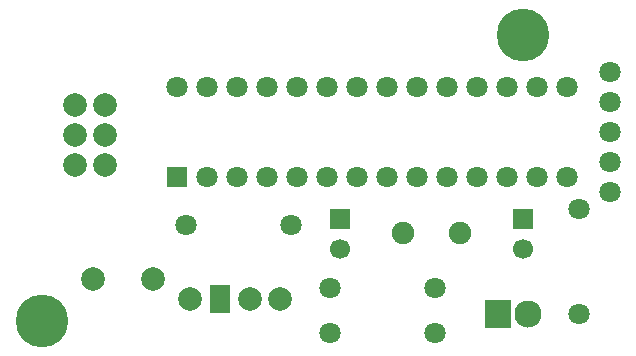
<source format=gbr>
G04 #@! TF.FileFunction,Soldermask,Bot*
%FSLAX46Y46*%
G04 Gerber Fmt 4.6, Leading zero omitted, Abs format (unit mm)*
G04 Created by KiCad (PCBNEW 0.201509182046+6202~30~ubuntu15.04.1-product) date Mon 21 Sep 2015 15:06:14 BST*
%MOMM*%
G01*
G04 APERTURE LIST*
%ADD10C,0.100000*%
%ADD11C,1.901140*%
%ADD12R,1.700000X1.700000*%
%ADD13C,1.700000*%
%ADD14R,2.300000X2.400000*%
%ADD15C,2.300000*%
%ADD16C,1.797000*%
%ADD17R,1.797000X1.797000*%
%ADD18C,1.800000*%
%ADD19C,2.000000*%
%ADD20R,1.800000X2.400000*%
%ADD21C,4.464000*%
G04 APERTURE END LIST*
D10*
D11*
X164619940Y-80899000D03*
X159738060Y-80899000D03*
D12*
X154432000Y-79756000D03*
D13*
X154432000Y-82256000D03*
D12*
X169926000Y-79756000D03*
D13*
X169926000Y-82256000D03*
D14*
X167767000Y-87757000D03*
D15*
X170307000Y-87757000D03*
D16*
X143129000Y-76200000D03*
X145669000Y-76200000D03*
X148209000Y-76200000D03*
X150749000Y-76200000D03*
X153289000Y-76200000D03*
X155829000Y-76200000D03*
X158369000Y-76200000D03*
X160909000Y-76200000D03*
X163449000Y-76200000D03*
X165989000Y-76200000D03*
X168529000Y-76200000D03*
X171069000Y-76200000D03*
X173609000Y-76200000D03*
D17*
X140589000Y-76200000D03*
D16*
X173609000Y-68580000D03*
X171069000Y-68580000D03*
X168529000Y-68580000D03*
X165989000Y-68580000D03*
X163449000Y-68580000D03*
X160909000Y-68580000D03*
X158369000Y-68580000D03*
X155829000Y-68580000D03*
X153289000Y-68580000D03*
X150749000Y-68580000D03*
X148209000Y-68580000D03*
X145669000Y-68580000D03*
X143129000Y-68580000D03*
X140589000Y-68580000D03*
D18*
X141351000Y-80264000D03*
X150241000Y-80264000D03*
X153543000Y-85598000D03*
X162433000Y-85598000D03*
X153543000Y-89408000D03*
X162433000Y-89408000D03*
X174625000Y-78867000D03*
X174625000Y-87757000D03*
X177292000Y-72390000D03*
X177292000Y-74930000D03*
X177292000Y-77470000D03*
X177292000Y-69850000D03*
X177292000Y-67310000D03*
D19*
X134493000Y-70104000D03*
X134493000Y-72644000D03*
X131953000Y-72644000D03*
X131953000Y-70104000D03*
X134493000Y-75184000D03*
X131953000Y-75184000D03*
D20*
X144272000Y-86487000D03*
D19*
X141732000Y-86487000D03*
X146812000Y-86487000D03*
X149352000Y-86487000D03*
X138557000Y-84836000D03*
X133477000Y-84836000D03*
D21*
X169926000Y-64135000D03*
X129159000Y-88392000D03*
M02*

</source>
